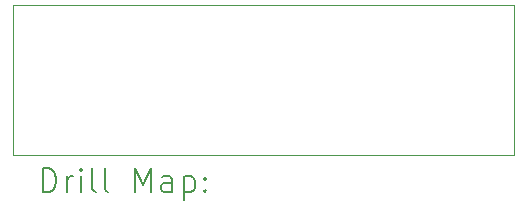
<source format=gbr>
%TF.GenerationSoftware,KiCad,Pcbnew,(6.0.9)*%
%TF.CreationDate,2022-12-24T19:37:18+02:00*%
%TF.ProjectId,GPSBoard,47505342-6f61-4726-942e-6b696361645f,rev?*%
%TF.SameCoordinates,Original*%
%TF.FileFunction,Drillmap*%
%TF.FilePolarity,Positive*%
%FSLAX45Y45*%
G04 Gerber Fmt 4.5, Leading zero omitted, Abs format (unit mm)*
G04 Created by KiCad (PCBNEW (6.0.9)) date 2022-12-24 19:37:18*
%MOMM*%
%LPD*%
G01*
G04 APERTURE LIST*
%ADD10C,0.050000*%
%ADD11C,0.200000*%
G04 APERTURE END LIST*
D10*
X7073900Y-6223000D02*
X11315700Y-6223000D01*
X11315700Y-6223000D02*
X11315700Y-7493000D01*
X11315700Y-7493000D02*
X7073900Y-7493000D01*
X7073900Y-7493000D02*
X7073900Y-6223000D01*
D11*
X7329019Y-7805976D02*
X7329019Y-7605976D01*
X7376638Y-7605976D01*
X7405209Y-7615500D01*
X7424257Y-7634548D01*
X7433781Y-7653595D01*
X7443305Y-7691690D01*
X7443305Y-7720262D01*
X7433781Y-7758357D01*
X7424257Y-7777405D01*
X7405209Y-7796452D01*
X7376638Y-7805976D01*
X7329019Y-7805976D01*
X7529019Y-7805976D02*
X7529019Y-7672643D01*
X7529019Y-7710738D02*
X7538543Y-7691690D01*
X7548067Y-7682167D01*
X7567114Y-7672643D01*
X7586162Y-7672643D01*
X7652828Y-7805976D02*
X7652828Y-7672643D01*
X7652828Y-7605976D02*
X7643305Y-7615500D01*
X7652828Y-7625024D01*
X7662352Y-7615500D01*
X7652828Y-7605976D01*
X7652828Y-7625024D01*
X7776638Y-7805976D02*
X7757590Y-7796452D01*
X7748067Y-7777405D01*
X7748067Y-7605976D01*
X7881400Y-7805976D02*
X7862352Y-7796452D01*
X7852828Y-7777405D01*
X7852828Y-7605976D01*
X8109971Y-7805976D02*
X8109971Y-7605976D01*
X8176638Y-7748833D01*
X8243305Y-7605976D01*
X8243305Y-7805976D01*
X8424257Y-7805976D02*
X8424257Y-7701214D01*
X8414733Y-7682167D01*
X8395686Y-7672643D01*
X8357590Y-7672643D01*
X8338543Y-7682167D01*
X8424257Y-7796452D02*
X8405210Y-7805976D01*
X8357590Y-7805976D01*
X8338543Y-7796452D01*
X8329019Y-7777405D01*
X8329019Y-7758357D01*
X8338543Y-7739309D01*
X8357590Y-7729786D01*
X8405210Y-7729786D01*
X8424257Y-7720262D01*
X8519495Y-7672643D02*
X8519495Y-7872643D01*
X8519495Y-7682167D02*
X8538543Y-7672643D01*
X8576638Y-7672643D01*
X8595686Y-7682167D01*
X8605210Y-7691690D01*
X8614733Y-7710738D01*
X8614733Y-7767881D01*
X8605210Y-7786928D01*
X8595686Y-7796452D01*
X8576638Y-7805976D01*
X8538543Y-7805976D01*
X8519495Y-7796452D01*
X8700448Y-7786928D02*
X8709971Y-7796452D01*
X8700448Y-7805976D01*
X8690924Y-7796452D01*
X8700448Y-7786928D01*
X8700448Y-7805976D01*
X8700448Y-7682167D02*
X8709971Y-7691690D01*
X8700448Y-7701214D01*
X8690924Y-7691690D01*
X8700448Y-7682167D01*
X8700448Y-7701214D01*
M02*

</source>
